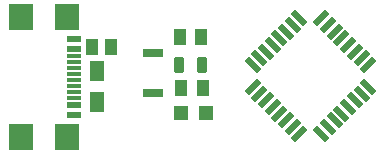
<source format=gtp>
G04*
G04 #@! TF.GenerationSoftware,Altium Limited,Altium Designer,20.1.10 (176)*
G04*
G04 Layer_Color=8421504*
%FSLAX25Y25*%
%MOIN*%
G70*
G04*
G04 #@! TF.SameCoordinates,773EA745-F9F6-403D-839C-D9EBE2D74CCE*
G04*
G04*
G04 #@! TF.FilePolarity,Positive*
G04*
G01*
G75*
%ADD14R,0.04331X0.05709*%
G04:AMPARAMS|DCode=15|XSize=20mil|YSize=58mil|CornerRadius=0mil|HoleSize=0mil|Usage=FLASHONLY|Rotation=225.000|XOffset=0mil|YOffset=0mil|HoleType=Round|Shape=Rectangle|*
%AMROTATEDRECTD15*
4,1,4,-0.01344,0.02758,0.02758,-0.01344,0.01344,-0.02758,-0.02758,0.01344,-0.01344,0.02758,0.0*
%
%ADD15ROTATEDRECTD15*%

G04:AMPARAMS|DCode=16|XSize=20mil|YSize=58mil|CornerRadius=0mil|HoleSize=0mil|Usage=FLASHONLY|Rotation=315.000|XOffset=0mil|YOffset=0mil|HoleType=Round|Shape=Rectangle|*
%AMROTATEDRECTD16*
4,1,4,-0.02758,-0.01344,0.01344,0.02758,0.02758,0.01344,-0.01344,-0.02758,-0.02758,-0.01344,0.0*
%
%ADD16ROTATEDRECTD16*%

G04:AMPARAMS|DCode=17|XSize=33.86mil|YSize=53.54mil|CornerRadius=8.47mil|HoleSize=0mil|Usage=FLASHONLY|Rotation=180.000|XOffset=0mil|YOffset=0mil|HoleType=Round|Shape=RoundedRectangle|*
%AMROUNDEDRECTD17*
21,1,0.03386,0.03661,0,0,180.0*
21,1,0.01693,0.05354,0,0,180.0*
1,1,0.01693,-0.00847,0.01831*
1,1,0.01693,0.00847,0.01831*
1,1,0.01693,0.00847,-0.01831*
1,1,0.01693,-0.00847,-0.01831*
%
%ADD17ROUNDEDRECTD17*%
%ADD18R,0.06693X0.03150*%
%ADD19R,0.04921X0.06693*%
%ADD20R,0.04016X0.05787*%
%ADD21R,0.04724X0.04724*%
%ADD22R,0.07874X0.08583*%
%ADD23R,0.04528X0.01181*%
%ADD24R,0.04528X0.02362*%
D14*
X182043Y145000D02*
D03*
X174957D02*
D03*
X175457Y128000D02*
D03*
X182543D02*
D03*
D15*
X199267Y135677D02*
D03*
X201459Y137869D02*
D03*
X203721Y140132D02*
D03*
X205913Y142324D02*
D03*
X208176Y144587D02*
D03*
X210368Y146779D02*
D03*
X212631Y149041D02*
D03*
X214823Y151233D02*
D03*
X237733Y128323D02*
D03*
X235541Y126131D02*
D03*
X233278Y123868D02*
D03*
X231086Y121676D02*
D03*
X228824Y119413D02*
D03*
X226632Y117221D02*
D03*
X224369Y114959D02*
D03*
X222177Y112767D02*
D03*
D16*
Y151233D02*
D03*
X224369Y149041D02*
D03*
X226632Y146779D02*
D03*
X228824Y144587D02*
D03*
X231086Y142324D02*
D03*
X233278Y140132D02*
D03*
X235541Y137869D02*
D03*
X237733Y135677D02*
D03*
X214823Y112767D02*
D03*
X212631Y114959D02*
D03*
X210368Y117221D02*
D03*
X208176Y119413D02*
D03*
X205913Y121676D02*
D03*
X203721Y123868D02*
D03*
X201459Y126131D02*
D03*
X199267Y128323D02*
D03*
D17*
X182500Y135500D02*
D03*
X174823D02*
D03*
D18*
X166000Y126307D02*
D03*
Y139693D02*
D03*
D19*
X147500Y133815D02*
D03*
Y123185D02*
D03*
D20*
X145850Y141500D02*
D03*
X152150D02*
D03*
D21*
X175366Y119500D02*
D03*
X183634D02*
D03*
D22*
X122028Y111500D02*
D03*
Y151736D02*
D03*
X137500Y111500D02*
D03*
Y151736D02*
D03*
D23*
X139764Y130634D02*
D03*
Y132602D02*
D03*
Y128665D02*
D03*
Y134571D02*
D03*
Y126697D02*
D03*
Y136539D02*
D03*
Y124728D02*
D03*
Y138508D02*
D03*
D24*
Y119020D02*
D03*
Y122169D02*
D03*
Y141067D02*
D03*
Y144217D02*
D03*
M02*

</source>
